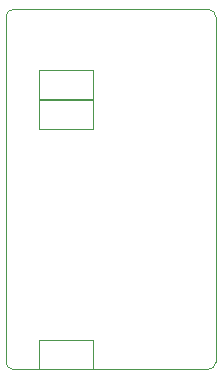
<source format=gbr>
%TF.GenerationSoftware,KiCad,Pcbnew,5.1.5+dfsg1-2~bpo10+1*%
%TF.CreationDate,Date%
%TF.ProjectId,ProMicro_BUS,50726f4d-6963-4726-9f5f-4255532e6b69,v1.2*%
%TF.SameCoordinates,Original*%
%TF.FileFunction,Other,User*%
%FSLAX45Y45*%
G04 Gerber Fmt 4.5, Leading zero omitted, Abs format (unit mm)*
G04 Created by KiCad*
%MOMM*%
%LPD*%
G04 APERTURE LIST*
%ADD10C,0.100000*%
%ADD11C,0.050000*%
G04 APERTURE END LIST*
D10*
X1651000Y63500D02*
X1651000Y-2857500D01*
X-127000Y-2857500D02*
X-127000Y63500D01*
X-63500Y-2921000D02*
G75*
G02X-127000Y-2857500I0J63500D01*
G01*
X1651000Y-2857500D02*
G75*
G02X1587500Y-2921000I-63500J0D01*
G01*
X1587500Y127000D02*
G75*
G02X1651000Y63500I0J-63500D01*
G01*
X-127000Y63500D02*
G75*
G02X-63500Y127000I63500J0D01*
G01*
X1587500Y-2921000D02*
X-63500Y-2921000D01*
X-63500Y127000D02*
X1587500Y127000D01*
D11*
X151000Y-2919000D02*
X611000Y-2919000D01*
X151000Y-2919000D02*
X151000Y-2669000D01*
X611000Y-2669000D02*
X611000Y-2919000D01*
X611000Y-2669000D02*
X151000Y-2669000D01*
X611000Y-637000D02*
X151000Y-637000D01*
X611000Y-637000D02*
X611000Y-887000D01*
X151000Y-887000D02*
X151000Y-637000D01*
X151000Y-887000D02*
X611000Y-887000D01*
X151000Y-633000D02*
X611000Y-633000D01*
X151000Y-633000D02*
X151000Y-383000D01*
X611000Y-383000D02*
X611000Y-633000D01*
X611000Y-383000D02*
X151000Y-383000D01*
M02*

</source>
